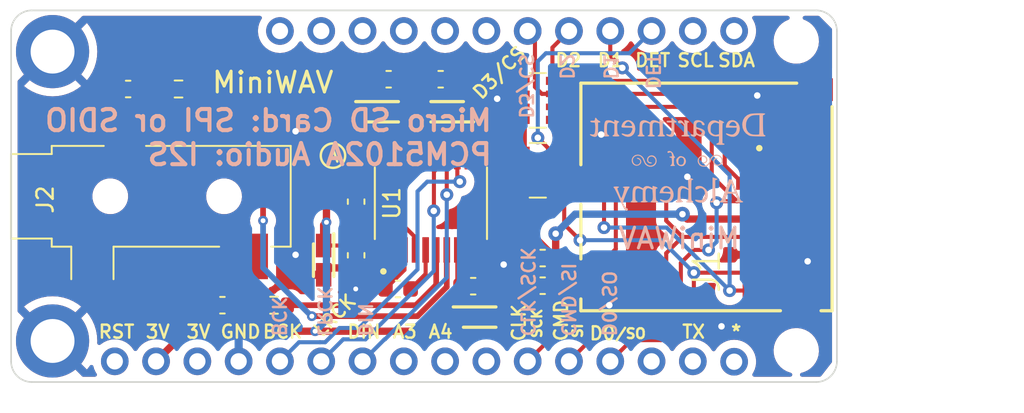
<source format=kicad_pcb>
(kicad_pcb (version 20221018) (generator pcbnew)
  (title_block (title "MiniWAV") (date "2023-08-17") (rev "A") (company "Department of Alchemy") (comment 1 "Designed by: Jesse Peterson"))
  (layers (0 "F.Cu" signal) (31 "B.Cu" signal) (34 "B.Paste" user) (35 "F.Paste" user) (36 "B.SilkS" user "B.Silkscreen") (37 "F.SilkS" user "F.Silkscreen") (38 "B.Mask" user) (39 "F.Mask" user) (44 "Edge.Cuts" user))
  (net 0 "")
  (net 1 "+3.3V")
  (net 2 "GND")
  (net 3 "Net-(U1-LDOO)")
  (net 4 "Net-(U1-CAPM)")
  (net 5 "Net-(U1-CAPP)")
  (net 6 "Net-(U1-VNEG)")
  (net 7 "/Right Line Out")
  (net 8 "/Left Line Out")
  (net 9 "/DAT2")
  (net 11 "/CS")
  (net 12 "/DI")
  (net 13 "/SCLK")
  (net 14 "/D0")
  (net 15 "/DAT1")
  (net 16 "/CARDDET")
  (net 17 "Net-(U1-OUTR)")
  (net 18 "Net-(U1-OUTL)")
  (net 19 "/BCK")
  (net 20 "/DIN")
  (net 21 "/LRCK")
  (footprint "Capacitor_SMD:C_0603_1608Metric" (layer "F.Cu") (at 152.3 103.805 180)
    (fp_text reference "C2")
    (fp_text value "10uF")
    (pad "1" smd roundrect (at -0.775 0 180) (size 0.9 0.95) (layers "F.Cu" "F.Paste" "F.Mask") (net 1 "+3.3V"))
    (pad "2" smd roundrect (at 0.775 0 180) (size 0.9 0.95) (layers "F.Cu" "F.Paste" "F.Mask") (net 2 "GND"))
  )
  (footprint "Capacitor_SMD:C_0603_1608Metric" (layer "F.Cu") (at 152.3 102.105 180)
    (fp_text reference "C1")
    (fp_text value "0.1uf")
    (pad "1" smd roundrect (at -0.775 0 180) (size 0.9 0.95) (layers "F.Cu" "F.Paste" "F.Mask") (net 1 "+3.3V"))
    (pad "2" smd roundrect (at 0.775 0 180) (size 0.9 0.95) (layers "F.Cu" "F.Paste" "F.Mask") (net 2 "GND"))
  )
  (footprint "Capacitor_SMD:C_0603_1608Metric" (layer "F.Cu") (at 140.825 98.635 -90)
    (fp_text reference "C5")
    (fp_text value "2.2uF")
    (pad "1" smd roundrect (at -0.775 0 270) (size 0.9 0.95) (layers "F.Cu" "F.Paste" "F.Mask") (net 4 "Net-(U1-CAPM)"))
    (pad "2" smd roundrect (at 0.775 0 270) (size 0.9 0.95) (layers "F.Cu" "F.Paste" "F.Mask") (net 5 "Net-(U1-CAPP)"))
  )
  (footprint "Department of Alchemy:CAPPM2012X120N" (layer "F.Cu") (at 146.425 93.105 180)
    (fp_text reference "C3")
    (fp_text value "10uF" hide)
    (pad "1" smd rect (at -0.9 0 270) (size 0.95 1.45) (layers "F.Cu" "F.Paste" "F.Mask") (net 3 "Net-(U1-LDOO)"))
    (pad "2" smd rect (at 0.9 0 270) (size 0.95 1.45) (layers "F.Cu" "F.Paste" "F.Mask") (net 2 "GND"))
  )
  (footprint "Department of Alchemy:SOP65P640X120-20N" (layer "F.Cu") (at 145.425 98.735 90)
    (fp_text reference "U1" (at 0 -2.4 90) (layer "F.SilkS"))
    (fp_text value "PCM5102APWR")
    (pad "1" smd roundrect (at -2.87 -2.925 90) (size 1.57 0.41) (layers "F.Cu" "F.Paste" "F.Mask") (roundrect_rratio 0.05) (net 1 "+3.3V"))
    (pad "2" smd roundrect (at -2.87 -2.275 90) (size 1.57 0.41) (layers "F.Cu" "F.Paste" "F.Mask") (roundrect_rratio 0.05) (net 5 "Net-(U1-CAPP)"))
    (pad "3" smd roundrect (at -2.87 -1.625 90) (size 1.57 0.41) (layers "F.Cu" "F.Paste" "F.Mask") (roundrect_rratio 0.05) (net 2 "GND"))
    (pad "4" smd roundrect (at -2.87 -0.975 90) (size 1.57 0.41) (layers "F.Cu" "F.Paste" "F.Mask") (roundrect_rratio 0.05) (net 4 "Net-(U1-CAPM)"))
    (pad "5" smd roundrect (at -2.87 -0.325 90) (size 1.57 0.41) (layers "F.Cu" "F.Paste" "F.Mask") (roundrect_rratio 0.05) (net 6 "Net-(U1-VNEG)"))
    (pad "6" smd roundrect (at -2.87 0.325 90) (size 1.57 0.41) (layers "F.Cu" "F.Paste" "F.Mask") (roundrect_rratio 0.05) (net 18 "Net-(U1-OUTL)"))
    (pad "7" smd roundrect (at -2.87 0.975 90) (size 1.57 0.41) (layers "F.Cu" "F.Paste" "F.Mask") (roundrect_rratio 0.05) (net 17 "Net-(U1-OUTR)"))
    (pad "8" smd roundrect (at -2.87 1.625 90) (size 1.57 0.41) (layers "F.Cu" "F.Paste" "F.Mask") (roundrect_rratio 0.05) (net 1 "+3.3V"))
    (pad "9" smd roundrect (at -2.87 2.275 90) (size 1.57 0.41) (layers "F.Cu" "F.Paste" "F.Mask") (roundrect_rratio 0.05) (net 2 "GND"))
    (pad "10" smd roundrect (at -2.87 2.925 90) (size 1.57 0.41) (layers "F.Cu" "F.Paste" "F.Mask") (roundrect_rratio 0.05) (net 2 "GND"))
    (pad "11" smd roundrect (at 2.87 2.925 90) (size 1.57 0.41) (layers "F.Cu" "F.Paste" "F.Mask") (roundrect_rratio 0.05) (net 2 "GND"))
    (pad "12" smd roundrect (at 2.87 2.275 90) (size 1.57 0.41) (layers "F.Cu" "F.Paste" "F.Mask") (roundrect_rratio 0.05) (net 2 "GND"))
    (pad "13" smd roundrect (at 2.87 1.625 90) (size 1.57 0.41) (layers "F.Cu" "F.Paste" "F.Mask") (roundrect_rratio 0.05) (net 19 "/BCK"))
    (pad "14" smd roundrect (at 2.87 0.975 90) (size 1.57 0.41) (layers "F.Cu" "F.Paste" "F.Mask") (roundrect_rratio 0.05) (net 20 "/DIN"))
    (pad "15" smd roundrect (at 2.87 0.325 90) (size 1.57 0.41) (layers "F.Cu" "F.Paste" "F.Mask") (roundrect_rratio 0.05) (net 21 "/LRCK"))
    (pad "16" smd roundrect (at 2.87 -0.325 90) (size 1.57 0.41) (layers "F.Cu" "F.Paste" "F.Mask") (roundrect_rratio 0.05) (net 2 "GND"))
    (pad "17" smd roundrect (at 2.87 -0.975 90) (size 1.57 0.41) (layers "F.Cu" "F.Paste" "F.Mask") (roundrect_rratio 0.05) (net 1 "+3.3V"))
    (pad "18" smd roundrect (at 2.87 -1.625 90) (size 1.57 0.41) (layers "F.Cu" "F.Paste" "F.Mask") (roundrect_rratio 0.05) (net 3 "Net-(U1-LDOO)"))
    (pad "19" smd roundrect (at 2.87 -2.275 90) (size 1.57 0.41) (layers "F.Cu" "F.Paste" "F.Mask") (roundrect_rratio 0.05) (net 2 "GND"))
    (pad "20" smd roundrect (at 2.87 -2.925 90) (size 1.57 0.41) (layers "F.Cu" "F.Paste" "F.Mask") (roundrect_rratio 0.05) (net 1 "+3.3V"))
  )
  (footprint "Resistor_SMD:R_0603_1608Metric" (layer "F.Cu") (at 129.9 91.705 180)
    (fp_text reference "R1")
    (fp_text value "470")
    (pad "1" smd roundrect (at -0.825 0 180) (size 0.8 0.95) (layers "F.Cu" "F.Paste" "F.Mask") (net 17 "Net-(U1-OUTR)"))
    (pad "2" smd roundrect (at 0.825 0 180) (size 0.8 0.95) (layers "F.Cu" "F.Paste" "F.Mask") (net 7 "/Right Line Out"))
  )
  (footprint "Department of Alchemy:GCT_MEM2061-01-188-00-A_REVA" (layer "F.Cu") (at 162.375 98.345 90)
    (fp_text reference "J1" (at -4.56 0.025 90) (layer "F.SilkS") (effects (font (size 1.600866 1.600866))))
    (fp_text value "MEM2061-01-188-00-A_REVA")
    (pad "1" smd rect (at 1.94 3.225 90) (size 0.8 2) (layers "F.Cu" "F.Paste" "F.Mask") (net 9 "/DAT2"))
    (pad "2" smd rect (at 0.84 2.825 90) (size 0.8 2) (layers "F.Cu" "F.Paste" "F.Mask") (net 11 "/CS"))
    (pad "3" smd rect (at -0.26 3.225 90) (size 0.8 2) (layers "F.Cu" "F.Paste" "F.Mask") (net 12 "/DI"))
    (pad "4" smd rect (at -1.36 3.425 90) (size 0.8 2) (layers "F.Cu" "F.Paste" "F.Mask") (net 1 "+3.3V"))
    (pad "5" smd rect (at -2.46 3.225 90) (size 0.8 2) (layers "F.Cu" "F.Paste" "F.Mask") (net 13 "/SCLK"))
    (pad "6" smd rect (at -3.56 3.425 90) (size 0.8 2) (layers "F.Cu" "F.Paste" "F.Mask") (net 2 "GND"))
    (pad "7" smd rect (at -4.66 3.225 90) (size 0.8 2) (layers "F.Cu" "F.Paste" "F.Mask") (net 14 "/D0"))
    (pad "8" smd rect (at -5.76 3.225 90) (size 0.8 2) (layers "F.Cu" "F.Paste" "F.Mask") (net 15 "/DAT1"))
    (pad "9" smd rect (at -4.95 -7.325 90) (size 1.8 1.4) (layers "F.Cu" "F.Paste" "F.Mask") (net 16 "/CARDDET"))
    (pad "10" smd rect (at 0.75 -7.325 90) (size 1.8 1.4) (layers "F.Cu" "F.Paste" "F.Mask"))
    (pad "11" smd rect (at -6.55 5.825 90) (size 1.4 1.9) (layers "F.Cu" "F.Paste" "F.Mask") (net 2 "GND"))
    (pad "12" smd rect (at 6.6 6.825 90) (size 1.4 1.9) (layers "F.Cu" "F.Paste" "F.Mask") (net 2 "GND"))
  )
  (footprint "Capacitor_SMD:C_0603_1608Metric" (layer "F.Cu") (at 143.4 104.005 180)
    (fp_text reference "C8")
    (fp_text value "2.2uF")
    (pad "1" smd roundrect (at -0.775 0 180) (size 0.9 0.95) (layers "F.Cu" "F.Paste" "F.Mask") (net 6 "Net-(U1-VNEG)"))
    (pad "2" smd roundrect (at 0.775 0 180) (size 0.9 0.95) (layers "F.Cu" "F.Paste" "F.Mask") (net 2 "GND"))
  )
  (footprint "Capacitor_SMD:C_0603_1608Metric" (layer "F.Cu") (at 142.825 91.105 180)
    (fp_text reference "C4")
    (fp_text value "0.1uf")
    (pad "1" smd roundrect (at -0.775 0 180) (size 0.9 0.95) (layers "F.Cu" "F.Paste" "F.Mask") (net 2 "GND"))
    (pad "2" smd roundrect (at 0.775 0 180) (size 0.9 0.95) (layers "F.Cu" "F.Paste" "F.Mask") (net 1 "+3.3V"))
  )
  (footprint "Capacitor_SMD:C_0603_1608Metric" (layer "F.Cu") (at 140.825 101.935 90)
    (fp_text reference "C9")
    (fp_text value "0.1uF")
    (pad "1" smd roundrect (at -0.775 0 90) (size 0.9 0.95) (layers "F.Cu" "F.Paste" "F.Mask") (net 2 "GND"))
    (pad "2" smd roundrect (at 0.775 0 90) (size 0.9 0.95) (layers "F.Cu" "F.Paste" "F.Mask") (net 1 "+3.3V"))
  )
  (footprint "Capacitor_SMD:C_0603_1608Metric" (layer "F.Cu") (at 146.025 91.105 180)
    (fp_text reference "C6")
    (fp_text value "0.1uf")
    (pad "1" smd roundrect (at -0.775 0 180) (size 0.9 0.95) (layers "F.Cu" "F.Paste" "F.Mask") (net 3 "Net-(U1-LDOO)"))
    (pad "2" smd roundrect (at 0.775 0 180) (size 0.9 0.95) (layers "F.Cu" "F.Paste" "F.Mask") (net 2 "GND"))
  )
  (footprint "Department of Alchemy:CAPPM2012X120N" (layer "F.Cu") (at 138.825 102.235 -90)
    (fp_text reference "C10")
    (fp_text value "10uF" hide)
    (pad "1" smd rect (at -0.9 0) (size 0.95 1.45) (layers "F.Cu" "F.Paste" "F.Mask") (net 1 "+3.3V"))
    (pad "2" smd rect (at 0.9 0) (size 0.95 1.45) (layers "F.Cu" "F.Paste" "F.Mask") (net 2 "GND"))
  )
  (footprint "Connector_Audio:Jack_3.5mm_CUI_SJ-3523-SMT_Horizontal" (layer "F.Cu") (at 128.2 98.305 90)
    (fp_text reference "J2" (at -0.2 -6.5 90) (layer "F.SilkS"))
    (fp_text value "AudioJack3")
    (pad "" np_thru_hole circle (at 0 -2.5 90) (size 1.7 1.7) (drill 1.7) (layers "*.Cu" "*.Mask"))
    (pad "" np_thru_hole circle (at 0 4.5 90) (size 1.7 1.7) (drill 1.7) (layers "*.Cu" "*.Mask"))
    (pad "R" smd rect (at 3.7 -1.6 90) (size 2.8 2.2) (layers "F.Cu" "F.Paste" "F.Mask") (net 7 "/Right Line Out"))
    (pad "S" smd rect (at -3.7 -3.6 90) (size 2.8 2.2) (layers "F.Cu" "F.Paste" "F.Mask") (net 2 "GND"))
    (pad "T" smd rect (at -3.7 5.8 90) (size 2.8 2.8) (layers "F.Cu" "F.Paste" "F.Mask") (net 8 "/Left Line Out"))
  )
  (footprint "Capacitor_SMD:C_0603_1608Metric" (layer "F.Cu") (at 132.6 105.005 180)
    (fp_text reference "C14")
    (fp_text value "2.2nF")
    (pad "1" smd roundrect (at -0.775 0 180) (size 0.9 0.95) (layers "F.Cu" "F.Paste" "F.Mask") (net 8 "/Left Line Out"))
    (pad "2" smd roundrect (at 0.775 0 180) (size 0.9 0.95) (layers "F.Cu" "F.Paste" "F.Mask") (net 2 "GND"))
  )
  (footprint "Capacitor_SMD:C_0603_1608Metric" (layer "F.Cu") (at 126.8 91.705 180)
    (fp_text reference "C13")
    (fp_text value "2.2nF")
    (pad "1" smd roundrect (at -0.775 0 180) (size 0.9 0.95) (layers "F.Cu" "F.Paste" "F.Mask") (net 7 "/Right Line Out"))
    (pad "2" smd roundrect (at 0.775 0 180) (size 0.9 0.95) (layers "F.Cu" "F.Paste" "F.Mask") (net 2 "GND"))
  )
  (footprint "Department of Alchemy:CAPPM2012X120N" (layer "F.Cu") (at 148.425 105.735)
    (fp_text reference "C12")
    (fp_text value "10uF" hide)
    (pad "1" smd rect (at -0.9 0 90) (size 0.95 1.45) (layers "F.Cu" "F.Paste" "F.Mask") (net 1 "+3.3V"))
    (pad "2" smd rect (at 0.9 0 90) (size 0.95 1.45) (layers "F.Cu" "F.Paste" "F.Mask") (net 2 "GND"))
  )
  (footprint "Department of Alchemy:CAPPM2012X120N" (layer "F.Cu") (at 142.425 93.105)
    (fp_text reference "C7")
    (fp_text value "10uF" hide)
    (pad "1" smd rect (at -0.9 0 90) (size 0.95 1.45) (layers "F.Cu" "F.Paste" "F.Mask") (net 1 "+3.3V"))
    (pad "2" smd rect (at 0.9 0 90) (size 0.95 1.45) (layers "F.Cu" "F.Paste" "F.Mask") (net 2 "GND"))
  )
  (footprint "Resistor_SMD:R_0603_1608Metric" (layer "F.Cu") (at 135.775 105.005 180)
    (fp_text reference "R2")
    (fp_text value "470")
    (pad "1" smd roundrect (at -0.825 0 180) (size 0.8 0.95) (layers "F.Cu" "F.Paste" "F.Mask") (net 18 "Net-(U1-OUTL)"))
    (pad "2" smd roundrect (at 0.825 0 180) (size 0.8 0.95) (layers "F.Cu" "F.Paste" "F.Mask") (net 8 "/Left Line Out"))
  )
  (footprint "Resistor_SMD:R_Array_Convex_4x0603" (layer "F.Cu") (at 152 96.705)
    (fp_text reference "RN2")
    (fp_text value "R_47K")
    (pad "1" smd rect (at -0.9 -1.2) (size 0.8 0.5) (layers "F.Cu" "F.Paste" "F.Mask") (net 1 "+3.3V"))
    (pad "2" smd rect (at -0.9 -0.4) (size 0.8 0.4) (layers "F.Cu" "F.Paste" "F.Mask") (net 1 "+3.3V"))
    (pad "3" smd rect (at -0.9 0.4) (size 0.8 0.4) (layers "F.Cu" "F.Paste" "F.Mask") (net 1 "+3.3V"))
    (pad "4" smd rect (at -0.9 1.2) (size 0.8 0.5) (layers "F.Cu" "F.Paste" "F.Mask") (net 1 "+3.3V"))
    (pad "5" smd rect (at 0.9 1.2) (size 0.8 0.5) (layers "F.Cu" "F.Paste" "F.Mask"))
    (pad "6" smd rect (at 0.9 0.4) (size 0.8 0.4) (layers "F.Cu" "F.Paste" "F.Mask") (net 14 "/D0"))
    (pad "7" smd rect (at 0.9 -0.4) (size 0.8 0.4) (layers "F.Cu" "F.Paste" "F.Mask") (net 15 "/DAT1"))
    (pad "8" smd rect (at 0.9 -1.2) (size 0.8 0.5) (layers "F.Cu" "F.Paste" "F.Mask") (net 16 "/CARDDET"))
  )
  (footprint "Capacitor_SMD:C_0603_1608Metric" (layer "F.Cu") (at 148.025 103.835 180)
    (fp_text reference "C11")
    (fp_text value "0.1uF")
    (pad "1" smd roundrect (at -0.775 0 180) (size 0.9 0.95) (layers "F.Cu" "F.Paste" "F.Mask") (net 2 "GND"))
    (pad "2" smd roundrect (at 0.775 0 180) (size 0.9 0.95) (layers "F.Cu" "F.Paste" "F.Mask") (net 1 "+3.3V"))
  )
  (footprint "Department of Alchemy:Feather Pins" (layer "F.Cu") (at 119.45 109.905)
    (fp_text reference "U2")
    (fp_text value "~")
    (pad "" np_thru_hole circle (at 48.45 -21.15) (size 2.286 2.286) (drill 2.286) (layers "F&B.Cu" "*.Mask"))
    (pad "" np_thru_hole circle (at 48.45 -2.1) (size 2.286 2.286) (drill 2.286) (layers "F&B.Cu" "*.Mask"))
    (pad "1" thru_hole oval (at 6.5278 -1.4478) (size 1.7 1.7) (drill 1) (layers "*.Cu" "*.Mask"))
    (pad "2" thru_hole oval (at 9.0678 -1.4478) (size 1.7 1.7) (drill 1) (layers "*.Cu" "*.Mask") (net 1 "+3.3V"))
    (pad "3" thru_hole oval (at 11.6078 -1.4478) (size 1.7 1.7) (drill 1) (layers "*.Cu" "*.Mask"))
    (pad "4" thru_hole oval (at 14.1478 -1.4478) (size 1.7 1.7) (drill 1) (layers "*.Cu" "*.Mask") (net 2 "GND"))
    (pad "5" thru_hole oval (at 16.6878 -1.4478) (size 1.7 1.7) (drill 1) (layers "*.Cu" "*.Mask") (net 19 "/BCK"))
    (pad "6" thru_hole oval (at 19.2278 -1.4478) (size 1.7 1.7) (drill 1) (layers "*.Cu" "*.Mask") (net 21 "/LRCK"))
    (pad "7" thru_hole oval (at 21.7678 -1.4478) (size 1.7 1.7) (drill 1) (layers "*.Cu" "*.Mask") (net 20 "/DIN"))
    (pad "8" thru_hole oval (at 24.3078 -1.4478) (size 1.7 1.7) (drill 1) (layers "*.Cu" "*.Mask"))
    (pad "9" thru_hole oval (at 26.8478 -1.4478) (size 1.7 1.7) (drill 1) (layers "*.Cu" "*.Mask"))
    (pad "10" thru_hole oval (at 29.3878 -1.4478) (size 1.7 1.7) (drill 1) (layers "*.Cu" "*.Mask"))
    (pad "11" thru_hole oval (at 31.9278 -1.4478) (size 1.7 1.7) (drill 1) (layers "*.Cu" "*.Mask") (net 13 "/SCLK"))
    (pad "12" thru_hole oval (at 34.4678 -1.4478) (size 1.7 1.7) (drill 1) (layers "*.Cu" "*.Mask") (net 12 "/DI"))
    (pad "13" thru_hole oval (at 37.0078 -1.4478) (size 1.7 1.7) (drill 1) (layers "*.Cu" "*.Mask") (net 14 "/D0"))
    (pad "14" thru_hole oval (at 39.5478 -1.4478) (size 1.7 1.7) (drill 1) (layers "*.Cu" "*.Mask"))
    (pad "15" thru_hole oval (at 42.0878 -1.4478) (size 1.7 1.7) (drill 1) (layers "*.Cu" "*.Mask"))
    (pad "16" thru_hole oval (at 44.6278 -1.4224) (size 1.7 1.7) (drill 1) (layers "*.Cu" "*.Mask"))
    (pad "17" thru_hole oval (at 44.6278 -21.7678) (size 1.7 1.7) (drill 1) (layers "*.Cu" "*.Mask"))
    (pad "18" thru_hole oval (at 42.0878 -21.7678) (size 1.7 1.7) (drill 1) (layers "*.Cu" "*.Mask"))
    (pad "19" thru_hole oval (at 39.5478 -21.7678) (size 1.7 1.7) (drill 1) (layers "*.Cu" "*.Mask") (net 16 "/CARDDET"))
    (pad "20" thru_hole oval (at 37.0078 -21.7678) (size 1.7 1.7) (drill 1) (layers "*.Cu" "*.Mask") (net 15 "/DAT1"))
    (pad "21" thru_hole oval (at 34.4678 -21.7678) (size 1.7 1.7) (drill 1) (layers "*.Cu" "*.Mask") (net 9 "/DAT2"))
    (pad "22" thru_hole oval (at 31.9278 -21.7678) (size 1.7 1.7) (drill 1) (layers "*.Cu" "*.Mask") (net 11 "/CS"))
    (pad "23" thru_hole oval (at 29.3878 -21.7678) (size 1.7 1.7) (drill 1) (layers "*.Cu" "*.Mask"))
    (pad "24" thru_hole oval (at 26.8478 -21.7678) (size 1.7 1.7) (drill 1) (layers "*.Cu" "*.Mask"))
    (pad "25" thru_hole oval (at 24.3078 -21.7678) (size 1.7 1.7) (drill 1) (layers "*.Cu" "*.Mask"))
    (pad "26" thru_hole oval (at 21.7678 -21.7678) (size 1.7 1.7) (drill 1) (layers "*.Cu" "*.Mask"))
    (pad "27" thru_hole oval (at 19.2278 -21.7678) (size 1.7 1.7) (drill 1) (layers "*.Cu" "*.Mask"))
    (pad "28" thru_hole oval (at 16.6878 -21.7678) (size 1.7 1.7) (drill 1) (layers "*.Cu" "*.Mask"))
    (pad "29" thru_hole circle (at 2.7 -2.7) (size 4.5 4.5) (drill 2.7) (layers "*.Cu" "*.Mask") (net 2 "GND"))
    (pad "30" thru_hole circle (at 2.7 -20.5) (size 4.5 4.5) (drill 2.7) (layers "*.Cu" "*.Mask") (net 2 "GND"))
  )
  (footprint "Resistor_SMD:R_Array_Convex_4x0603" (layer "F.Cu") (at 152 92.405)
    (fp_text reference "RN1")
    (fp_text value "R_47K")
    (pad "1" smd rect (at -0.9 -1.2) (size 0.8 0.5) (layers "F.Cu" "F.Paste" "F.Mask") (net 1 "+3.3V"))
    (pad "2" smd rect (at -0.9 -0.4) (size 0.8 0.4) (layers "F.Cu" "F.Paste" "F.Mask") (net 1 "+3.3V"))
    (pad "3" smd rect (at -0.9 0.4) (size 0.8 0.4) (layers "F.Cu" "F.Paste" "F.Mask") (net 1 "+3.3V"))
    (pad "4" smd rect (at -0.9 1.2) (size 0.8 0.5) (layers "F.Cu" "F.Paste" "F.Mask") (net 1 "+3.3V"))
    (pad "5" smd rect (at 0.9 1.2) (size 0.8 0.5) (layers "F.Cu" "F.Paste" "F.Mask") (net 13 "/SCLK"))
    (pad "6" smd rect (at 0.9 0.4) (size 0.8 0.4) (layers "F.Cu" "F.Paste" "F.Mask") (net 12 "/DI"))
    (pad "7" smd rect (at 0.9 -0.4) (size 0.8 0.4) (layers "F.Cu" "F.Paste" "F.Mask") (net 11 "/CS"))
    (pad "8" smd rect (at 0.9 -1.2) (size 0.8 0.5) (layers "F.Cu" "F.Paste" "F.Mask") (net 9 "/DAT2"))
  )
  (footprint "doa-logo:DepartmentOfAlchemyLogo" (layer "B.Cu") (at 160.6 96.2 180)
    (fp_text reference "G***" hide)
    (fp_text value "LOGO" hide)
  )
  (gr_circle (center 139.4 95.805) (end 140.15 95.805) (stroke (width 0.15)) (fill none) (layer "F.SilkS"))
  (gr_line (start 170.4 88.14) (end 170.4 108.46) (stroke (width 0.1)) (layer "Edge.Cuts"))
  (gr_arc (start 170.4 108.46) (mid 170.028055 109.358055) (end 169.13 109.73) (stroke (width 0.1)) (layer "Edge.Cuts"))
  (gr_arc (start 119.6 88.14) (mid 119.972004 87.242004) (end 120.87 86.87) (stroke (width 0.1)) (layer "Edge.Cuts"))
  (gr_line (start 120.87 86.87) (end 169.13 86.87) (stroke (width 0.1)) (layer "Edge.Cuts"))
  (gr_arc (start 169.13 86.87) (mid 170.028026 87.241974) (end 170.4 88.14) (stroke (width 0.1)) (layer "Edge.Cuts"))
  (gr_arc (start 120.87 109.73) (mid 119.971974 109.358026) (end 119.6 108.46) (stroke (width 0.1)) (layer "Edge.Cuts"))
  (gr_line (start 119.6 108.46) (end 119.6 88.14) (stroke (width 0.1)) (layer "Edge.Cuts"))
  (gr_line (start 169.13 109.73) (end 120.87 109.73) (stroke (width 0.1)) (layer "Edge.Cuts"))
  (gr_text "D0/SO" (at 155.9 107.005 270) (layer "B.SilkS") (effects (font (size 0.8 0.8)) (justify left bottom mirror)))
  (gr_text "MiniWAV" (at 160.7 100.9) (layer "B.SilkS") (effects (font (size 1.27 1.27) (thickness 0.1905)) (justify mirror)))
  (gr_text "CMD/SI" (at 153.4 107.005 270) (layer "B.SilkS") (effects (font (size 0.8 0.8)) (justify left bottom mirror)))
  (gr_text "D1" (at 156 91.205 270) (layer "B.SilkS") (effects (font (size 0.8 0.8)) (justify left bottom mirror)))
  (gr_text "Micro SD Card: SPI or SDIO\nPCM5102A Audio: I2S" (at 149.3 96.5) (layer "B.SilkS") (effects (font (size 1.3 1.3) (thickness 0.25) bold) (justify left bottom mirror)))
  (gr_text "DET" (at 158.6 91.805 270) (layer "B.SilkS") (effects (font (size 0.8 0.8)) (justify left bottom mirror)))
  (gr_text "BCK" (at 135.6 107.005 270) (layer "B.SilkS") (effects (font (size 0.8 0.8)) (justify left bottom mirror)))
  (gr_text "LRCK" (at 138.4 107.005 270) (layer "B.SilkS") (effects (font (size 0.8 0.8)) (justify left bottom mirror)))
  (gr_text "CLK/SCK" (at 150.9 107.005 270) (layer "B.SilkS") (effects (font (size 0.8 0.8)) (justify left bottom mirror)))
  (gr_text "D3/CS" (at 150.8 93.605 -90) (layer "B.SilkS") (effects (font (size 0.8 0.8)) (justify left bottom mirror)))
  (gr_text "DIN" (at 140.9 107.005 270) (layer "B.SilkS") (effects (font (size 0.8 0.8)) (justify left bottom mirror)))
  (gr_text "D2" (at 153.3 91.205 270) (layer "B.SilkS") (effects (font (size 0.8 0.8)) (justify left bottom mirror)))
  (gr_text "RST" (at 124.9 107.105) (layer "F.SilkS") (effects (font (size 0.8 0.8)) (justify left bottom)))
  (gr_text "CLK" (at 151.3 107.305 90) (layer "F.SilkS") (effects (font (size 0.8 0.8)) (justify left bottom)))
  (gr_text "3V" (at 127.8 107.105) (layer "F.SilkS") (effects (font (size 0.8 0.8)) (justify left bottom)))
  (gr_text "DIN" (at 140.2 107.105) (layer "F.SilkS") (effects (font (size 0.8 0.8)) (justify left bottom)))
  (gr_text "MiniWAV" (at 135.7 91.305) (layer "F.SilkS") (effects (font (size 1.27 1.27) (thickness 0.1905))))
  (gr_text "CMD" (at 153.9 107.305 90) (layer "F.SilkS") (effects (font (size 0.8 0.8)) (justify left bottom)))
  (gr_text "*" (at 163.8 107.105) (layer "F.SilkS") (effects (font (size 0.8 0.8)) (justify left bottom)))
  (gr_text "A" (at 139.4 95.805) (layer "F.SilkS") (effects (font (size 0.8 0.8))))
  (gr_text "BCK" (at 135 107.105) (layer "F.SilkS") (effects (font (size 0.8 0.8)) (justify left bottom)))
  (gr_text "SDA" (at 163 90.405) (layer "F.SilkS") (effects (font (size 0.8 0.8)) (justify left bottom)))
  (gr_text "GND" (at 132.4 107.105) (layer "F.SilkS") (effects (font (size 0.8 0.8)) (justify left bottom)))
  (gr_text "DET" (at 157.9 90.405) (layer "F.SilkS") (effects (font (size 0.8 0.8)) (justify left bottom)))
  (gr_text "D1" (at 155.6 90.405) (layer "F.SilkS") (effects (font (size 0.8 0.8)) (justify left bottom)))
  (gr_text "3V" (at 130.3 107.105) (layer "F.SilkS") (effects (font (size 0.8 0.8)) (justify left bottom)))
  (gr_text "D0" (at 155.1 107.205) (layer "F.SilkS") (effects (font (size 0.8 0.8)) (justify left bottom)))
  (gr_text "SCK" (at 152.3 107.105 90) (layer "F.SilkS") (effects (font (size 0.6 0.6)) (justify left bottom)))
  (gr_text "SI" (at 154.8 107.105 90) (layer "F.SilkS") (effects (font (size 0.6 0.6)) (justify left bottom)))
  (gr_text "SCL" (at 160.5 90.405) (layer "F.SilkS") (effects (font (size 0.8 0.8)) (justify left bottom)))
  (gr_text "TX" (at 160.8 107.105) (layer "F.SilkS") (effects (font (size 0.8 0.8)) (justify left bottom)))
  (gr_text "/SO" (at 156.7 107.105) (layer "F.SilkS") (effects (font (size 0.6 0.6)) (justify left bottom)))
  (gr_text "A4" (at 145.2 107.105) (layer "F.SilkS") (effects (font (size 0.8 0.8)) (justify left bottom)))
  (gr_text "D3/CS" (at 148.5 92.505 45) (layer "F.SilkS") (effects (font (size 0.8 0.8)) (justify left bottom)))
  (gr_text "D2" (at 153 90.405) (layer "F.SilkS") (effects (font (size 0.8 0.8)) (justify left bottom)))
  (gr_text "LRCK" (at 138.7 107.105 45) (layer "F.SilkS") (effects (font (size 0.8 0.8)) (justify left bottom)))
  (gr_text "A3" (at 143 107.105) (layer "F.SilkS") (effects (font (size 0.8 0.8)) (justify left bottom)))
  (segment (start 151.1 97.105) (end 151.1 96.305) (width 0.45) (layer "F.Cu") (net 1))
  (segment (start 130.37 106.605) (end 138.3 106.605) (width 0.45) (layer "F.Cu") (net 1))
  (segment (start 138.3 106.605) (end 146.655 106.605) (width 0.45) (layer "F.Cu") (net 1))
  (segment (start 153.075 103.805) (end 153.075 102.105) (width 0.45) (layer "F.Cu") (net 1))
  (segment (start 153.1 100.605) (end 153.1 102.08) (width 0.45) (layer "F.Cu") (net 1))
  (segment (start 141.525 94.89) (end 141.525 93.105) (width 0.25) (layer "F.Cu") (net 1))
  (segment (start 142.5 96.652611) (end 142.822389 96.975) (width 0.25) (layer "F.Cu") (net 1))
  (segment (start 140.825 101.16) (end 142.055 101.16) (width 0.25) (layer "F.Cu") (net 1))
  (segment (start 138.825 100.08) (end 139 99.905) (width 0.45) (layer "F.Cu") (net 1))
  (segment (start 141.525 91.63) (end 142.05 91.105) (width 0.25) (layer "F.Cu") (net 1))
  (segment (start 151.1 96.305) (end 151.1 95.505) (width 0.45) (layer "F.Cu") (net 1))
  (segment (start 141.525 93.105) (end 141.525 91.63) (width 0.25) (layer "F.Cu") (net 1))
  (segment (start 142.822389 96.975) (end 144.127611 96.975) (width 0.25) (layer "F.Cu") (net 1))
  (segment (start 151.1 100.13) (end 151.1 97.905) (width 0.45) (layer "F.Cu") (net 1))
  (segment (start 151.1 95.505) (end 151.1 93.605) (width 0.45) (layer "F.Cu") (net 1))
  (segment (start 139 92.605) (end 139 99.905) (width 0.45) (layer "F.Cu") (net 1))
  (segment (start 144.45 96.652611) (end 144.45 95.865) (width 0.25) (layer "F.Cu") (net 1))
  (segment (start 147.25 105.46) (end 147.525 105.735) (width 0.25) (layer "F.Cu") (net 1))
  (segment (start 151.1 92.805) (end 151.1 92.005) (width 0.45) (layer "F.Cu") (net 1))
  (segment (start 138.825 101.335) (end 140.65 101.335) (width 0.25) (layer "F.Cu") (net 1))
  (segment (start 153.1 102.08) (end 153.075 102.105) (width 0.45) (layer "F.Cu") (net 1))
  (segment (start 146.685 106.635) (end 151.17 106.635) (width 0.45) (layer "F.Cu") (net 1))
  (segment (start 144.127611 96.975) (end 144.45 96.652611) (width 0.25) (layer "F.Cu") (net 1))
  (segment (start 142.055 101.16) (end 142.5 101.605) (width 0.25) (layer "F.Cu") (net 1))
  (segment (start 142.5 95.865) (end 142.5 96.652611) (width 0.25) (layer "F.Cu") (net 1))
  (segment (start 153.075 102.105) (end 151.1 100.13) (width 0.45) (layer "F.Cu") (net 1))
  (segment (start 146.655 106.605) (end 147.525 105.735) (width 0.45) (layer "F.Cu") (net 1))
  (segment (start 161.2 99.705) (end 160.9 99.405) (width 0.45) (layer "F.Cu") (net 1))
  (segment (start 151.17 106.635) (end 153.075 104.73) (width 0.45) (layer "F.Cu") (net 1))
  (segment (start 147.25 103.835) (end 147.05 103.635) (width 0.25) (layer "F.Cu") (net 1))
  (segment (start 146.655 106.605) (end 146.685 106.635) (width 0.45) (layer "F.Cu") (net 1))
  (segment (start 142.5 95.865) (end 141.525 94.89) (width 0.25) (layer "F.Cu") (net 1))
  (segment (start 147.05 103.635) (end 147.05 101.605) (width 0.25) (layer "F.Cu") (net 1))
  (segment (start 153.075 104.73) (end 153.075 103.805) (width 0.45) (layer "F.Cu") (net 1))
  (segment (start 142.05 91.105) (end 139 92.605) (width 0.45) (layer "F.Cu") (net 1))
  (segment (start 151.1 92.005) (end 151.1 91.205) (width 0.45) (layer "F.Cu") (net 1))
  (segment (start 147.25 103.835) (end 147.25 105.46) (width 0.25) (layer "F.Cu") (net 1))
  (segment (start 128.5178 108.4572) (end 130.37 106.605) (width 0.45) (layer "F.Cu") (net 1))
  (segment (start 151.1 97.905) (end 151.1 97.105) (width 0.45) (layer "F.Cu") (net 1))
  (segment (start 165.8 99.705) (end 161.2 99.705) (width 0.45) (layer "F.Cu") (net 1))
  (segment (start 151.1 93.605) (end 151.1 92.805) (width 0.45) (layer "F.Cu") (net 1))
  (segment (start 140.65 101.335) (end 140.825 101.16) (width 0.25) (layer "F.Cu") (net 1))
  (segment (start 138.825 101.335) (end 138.825 100.08) (width 0.45) (layer "F.Cu") (net 1))
  (via (at 160.9 99.405) (size 0.9) (drill 0.4) (layers "F.Cu" "B.Cu") (net 1))
  (via (at 138.3 106.605) (size 0.6) (drill 0.3) (layers "F.Cu" "B.Cu") (net 1))
  (via (at 153.1 100.605) (size 0.9) (drill 0.4) (layers "F.Cu" "B.Cu") (net 1))
  (via (at 139 99.905) (size 0.6) (drill 0.3) (layers "F.Cu" "B.Cu") (net 1))
  (segment (start 139 105.905) (end 139 99.905) (width 0.45) (layer "B.Cu") (net 1))
  (segment (start 154.3 99.405) (end 153.1 100.605) (width 0.45) (layer "B.Cu") (net 1))
  (segment (start 138.3 106.605) (end 139 105.905) (width 0.45) (layer "B.Cu") (net 1))
  (segment (start 160.9 99.405) (end 154.3 99.405) (width 0.45) (layer "B.Cu") (net 1))
  (segment (start 142.625 104.005) (end 143.8 102.83) (width 0.25) (layer "F.Cu") (net 2))
  (segment (start 145.525 91.38) (end 145.25 91.105) (width 0.45) (layer "F.Cu") (net 2))
  (segment (start 143.325 93.105) (end 143.15 93.28) (width 0.25) (layer "F.Cu") (net 2))
  (segment (start 145.525 93.105) (end 145.525 91.38) (width 0.45) (layer "F.Cu") (net 2))
  (segment (start 145.1 95.865) (end 145.1 95.077389) (width 0.25) (layer "F.Cu") (net 2))
  (segment (start 147.7 95.005) (end 147.7 95.865) (width 0.25) (layer "F.Cu") (net 2))
  (segment (start 148.8 105.21) (end 149.325 105.735) (width 0.25) (layer "F.Cu") (net 2))
  (segment (start 147.7 101.605) (end 147.7 102.735) (width 0.25) (layer "F.Cu") (net 2))
  (segment (start 148.8 103.835) (end 148.8 105.21) (width 0.25) (layer "F.Cu") (net 2))
  (segment (start 147.7 102.735) (end 148.8 103.835) (width 0.25) (layer "F.Cu") (net 2))
  (segment (start 145.422389 94.755) (end 147.45 94.755) (width 0.25) (layer "F.Cu") (net 2))
  (segment (start 143.15 93.28) (end 143.15 95.865) (width 0.25) (layer "F.Cu") (net 2))
  (segment (start 143.8 102.83) (end 143.8 101.605) (width 0.25) (layer "F.Cu") (net 2))
  (segment (start 139.25 102.71) (end 138.825 103.135) (width 0.45) (layer "F.Cu") (net 2))
  (segment (start 143.325 93.105) (end 143.325 91.38) (width 0.45) (layer "F.Cu") (net 2))
  (segment (start 140.825 102.71) (end 139.25 102.71) (width 0.45) (layer "F.Cu") (net 2))
  (segment (start 147.45 94.755) (end 147.7 95.005) (width 0.25) (layer "F.Cu") (net 2))
  (segment (start 145.1 95.077389) (end 145.422389 94.755) (width 0.25) (layer "F.Cu") (net 2))
  (segment (start 143.325 91.38) (end 143.6 91.105) (width 0.45) (layer "F.Cu") (net 2))
  (via (at 165.5 92.105) (size 0.8) (drill 0.4) (layers "F.Cu" "B.Cu") (net 2))
  (via (at 161.2 97.105) (size 0.8) (drill 0.4) (layers "F.Cu" "B.Cu") (net 2))
  (via (at 155.9 94.505) (size 0.8) (drill 0.4) (layers "F.Cu" "B.Cu") (net 2))
  (via (at 137.1 94.305) (size 0.8) (drill 0.4) (layers "F.Cu" "B.Cu") (net 2))
  (via (at 168.6 102.305) (size 0.8) (drill 0.4) (layers "F.Cu" "B.Cu") (net 2))
  (via (at 137.1 101.905) (size 0.8) (drill 0.4) (layers "F.Cu" "B.Cu") (net 2))
  (via (at 149.9 102.505) (size 0.8) (drill 0.4) (layers "F.Cu" "B.Cu") (net 2))
  (via (at 156.4 105.005) (size 0.8) (drill 0.4) (layers "F.Cu" "B.Cu") (net 2))
  (via (at 163.3 106.305) (size 0.8) (drill 0.4) (layers "F.Cu" "B.Cu") (net 2))
  (via (at 149.5 92.305) (size 0.8) (drill 0.4) (layers "F.Cu" "B.Cu") (net 2))
  (via (at 140.8 104.005) (size 0.6) (drill 0.3) (layers "F.Cu" "B.Cu") (net 2))
  (segment (start 147.325 93.105) (end 147.325 91.63) (width 0.25) (layer "F.Cu") (net 3))
  (segment (start 146.124501 94.305499) (end 147.325 93.105) (width 0.25) (layer "F.Cu") (net 3))
  (segment (start 143.8 95.077389) (end 144.57189 94.305499) (width 0.25) (layer "F.Cu") (net 3))
  (segment (start 143.8 95.865) (end 143.8 95.077389) (width 0.25) (layer "F.Cu") (net 3))
  (segment (start 144.57189 94.305499) (end 146.124501 94.305499) (width 0.25) (layer "F.Cu") (net 3))
  (segment (start 147.325 91.63) (end 146.8 91.105) (width 0.25) (layer "F.Cu") (net 3))
  (segment (start 144.45 100.817389) (end 144.45 101.605) (width 0.25) (layer "F.Cu") (net 4))
  (segment (start 141.492611 97.86) (end 144.45 100.817389) (width 0.25) (layer "F.Cu") (net 4))
  (segment (start 140.825 97.86) (end 141.492611 97.86) (width 0.25) (layer "F.Cu") (net 4))
  (segment (start 141.742611 99.41) (end 140.825 99.41) (width 0.25) (layer "F.Cu") (net 5))
  (segment (start 143.15 100.817389) (end 141.742611 99.41) (width 0.25) (layer "F.Cu") (net 5))
  (segment (start 143.15 101.605) (end 143.15 100.817389) (width 0.25) (layer "F.Cu") (net 5))
  (segment (start 144.175 104.005) (end 145.1 103.08) (width 0.25) (layer "F.Cu") (net 6))
  (segment (start 145.1 103.08) (end 145.1 101.605) (width 0.25) (layer "F.Cu") (net 6))
  (segment (start 129.075 91.705) (end 127.575 91.705) (width 0.35) (layer "F.Cu") (net 7))
  (segment (start 127.575 93.63) (end 126.6 94.605) (width 0.35) (layer "F.Cu") (net 7))
  (segment (start 127.575 91.705) (end 127.575 93.63) (width 0.35) (layer "F.Cu") (net 7))
  (segment (start 133.375 102.63) (end 134 102.005) (width 0.35) (layer "F.Cu") (net 8))
  (segment (start 134.95 105.005) (end 133.375 105.005) (width 0.35) (layer "F.Cu") (net 8))
  (segment (start 133.375 105.005) (end 133.375 102.63) (width 0.35) (layer "F.Cu") (net 8))
  (segment (start 165.6 96.405) (end 165.6 94.705) (width 0.25) (layer "F.Cu") (net 9))
  (segment (start 152.9 91.205) (end 152.9 89.155) (width 0.25) (layer "F.Cu") (net 9))
  (segment (start 165.6 94.705) (end 162.1 91.205) (width 0.25) (layer "F.Cu") (net 9))
  (segment (start 162.1 91.205) (end 152.9 91.205) (width 0.25) (layer "F.Cu") (net 9))
  (segment (start 152.9 89.155) (end 153.9178 88.1372) (width 0.25) (layer "F.Cu") (net 9))
  (segment (start 151.825 91.58) (end 151.825 88.5844) (width 0.25) (layer "F.Cu") (net 11))
  (segment (start 152.25 92.005) (end 151.825 91.58) (width 0.25) (layer "F.Cu") (net 11))
  (segment (start 152.9 92.005) (end 152.25 92.005) (width 0.25) (layer "F.Cu") (net 11))
  (segment (start 161.9 92.005) (end 152.9 92.005) (width 0.25) (layer "F.Cu") (net 11))
  (segment (start 151.825 88.5844) (end 151.3778 88.1372) (width 0.25) (layer "F.Cu") (net 11))
  (segment (start 163.5 93.605) (end 161.9 92.005) (width 0.25) (layer "F.Cu") (net 11))
  (segment (start 165.2 97.505) (end 164.6 97.505) (width 0.25) (layer "F.Cu") (net 11))
  (segment (start 164.6 97.505) (end 163.5 96.405) (width 0.25) (layer "F.Cu") (net 11))
  (segment (start 163.5 96.405) (end 163.5 93.605) (width 0.25) (layer "F.Cu") (net 11))
  (segment (start 160.8 105.305) (end 159.4 106.705) (width 0.25) (layer "F.Cu") (net 12))
  (segment (start 162.7 97.055) (end 162.7 93.805) (width 0.25) (layer "F.Cu") (net 12))
  (segment (start 162.5 101.605) (end 161.6 101.605) (width 0.25) (layer "F.Cu") (net 12))
  (segment (start 160.8 102.405) (end 160.8 105.305) (width 0.25) (layer "F.Cu") (net 12))
  (segment (start 155.67 106.705) (end 153.9178 108.4572) (width 0.25) (layer "F.Cu") (net 12))
  (segment (start 163.1 98.605) (end 163 98.705) (width 0.25) (layer "F.Cu") (net 12))
  (segment (start 162.7 93.805) (end 161.7 92.805) (width 0.25) (layer "F.Cu") (net 12))
  (segment (start 164.25 98.605) (end 162.7 97.055) (width 0.25) (layer "F.Cu") (net 12))
  (segment (start 161.7 92.805) (end 152.9 92.805) (width 0.25) (layer "F.Cu") (net 12))
  (segment (start 159.4 106.705) (end 155.67 106.705) (width 0.25) (layer "F.Cu") (net 12))
  (segment (start 165.6 98.605) (end 164.25 98.605) (width 0.25) (layer "F.Cu") (net 12))
  (segment (start 161.6 101.605) (end 160.8 102.405) (width 0.25) (layer "F.Cu") (net 12))
  (segment (start 164.25 98.605) (end 163.1 98.605) (width 0.25) (layer "F.Cu") (net 12))
  (via (at 163 98.705) (size 0.8) (drill 0.4) (layers "F.Cu" "B.Cu") (net 12))
  (via (at 162.5 101.605) (size 0.8) (drill 0.4) (layers "F.Cu" "B.Cu") (net 12))
  (segment (start 163 98.705) (end 163 101.105) (width 0.25) (layer "B.Cu") (net 12))
  (segment (start 163 101.105) (end 162.5 101.605) (width 0.25) (layer "B.Cu") (net 12))
  (segment (start 159.9 94.705) (end 158.8 93.605) (width 0.25) (layer "F.Cu") (net 13))
  (segment (start 159.2 106.105) (end 153.73 106.105) (width 0.25) (layer "F.Cu") (net 13))
  (segment (start 160.9 100.805) (end 159.9 101.805) (width 0.25) (layer "F.Cu") (net 13))
  (segment (start 158.8 93.605) (end 152.9 93.605) (width 0.25) (layer "F.Cu") (net 13))
  (segment (start 159.9 101.805) (end 159.9 105.405) (width 0.25) (layer "F.Cu") (net 13))
  (segment (start 165.6 100.805) (end 160.9 100.805) (width 0.25) (layer "F.Cu") (net 13))
  (segment (start 153.73 106.105) (end 151.3778 108.4572) (width 0.25) (layer "F.Cu") (net 13))
  (segment (start 159.9 99.805) (end 159.9 94.705) (width 0.25) (layer "F.Cu") (net 13))
  (segment (start 160.9 100.805) (end 159.9 99.805) (width 0.25) (layer "F.Cu") (net 13))
  (segment (start 159.9 105.405) (end 159.2 106.105) (width 0.25) (layer "F.Cu") (net 13))
  (segment (start 153.4 97.105) (end 152.9 97.105) (width 0.25) (layer "F.Cu") (net 14))
  (segment (start 153.625 97.33) (end 153.4 97.105) (width 0.25) (layer "F.Cu") (net 14))
  (segment (start 161.6 105.14069) (end 159.586189 107.154501) (width 0.25) (layer "F.Cu") (net 14))
  (segment (start 153.625 100.03) (end 153.625 97.33) (width 0.25) (layer "F.Cu") (net 14))
  (segment (start 157.760499 107.154501) (end 156.4578 108.4572) (width 0.25) (layer "F.Cu") (net 14))
  (segment (start 161.6 103.005) (end 161.6 105.14069) (width 0.25) (layer "F.Cu") (net 14))
  (segment (start 154.6 101.005) (end 153.625 100.03) (width 0.25) (layer "F.Cu") (net 14))
  (segment (start 159.586189 107.154501) (end 157.760499 107.154501) (width 0.25) (layer "F.Cu") (net 14))
  (segment (start 165.6 103.005) (end 161.6 103.005) (width 0.25) (layer "F.Cu") (net 14))
  (via (at 161.6 103.005) (size 0.8) (drill 0.4) (layers "F.Cu" "B.Cu") (net 14))
  (via (at 154.6 101.005) (size 0.8) (drill 0.4) (layers "F.Cu" "B.Cu") (net 14))
  (segment (start 159.6 101.005) (end 161.6 103.005) (width 0.25) (layer "B.Cu") (net 14))
  (segment (start 154.6 101.005) (end 159.6 101.005) (width 0.25) (layer "B.Cu") (net 14))
  (segment (start 156.0755 96.3705) (end 156.0755 100.226905) (width 0.25) (layer "F.Cu") (net 15))
  (segment (start 165.6 104.105) (end 163.8 104.105) (width 0.25) (layer "F.Cu") (net 15))
  (segment (start 157.2 90.405) (end 156.4578 89.6628) (width 0.25) (layer "F.Cu") (net 15))
  (segment (start 156.0755 100.226905) (end 156.072905 100.2295) (width 0.25) (layer "F.Cu") (net 15))
  (segment (start 156.4578 89.6628) (end 156.4578 88.1372) (width 0.25) (layer "F.Cu") (net 15))
  (segment (start 156.01 96.305) (end 156.0755 96.3705) (width 0.25) (layer "F.Cu") (net 15))
  (segment (start 152.9 96.305) (end 156.01 96.305) (width 0.25) (layer "F.Cu") (net 15))
  (via (at 163.8 104.105) (size 0.8) (drill 0.4) (layers "F.Cu" "B.Cu") (net 15))
  (via (at 157.2 90.405) (size 0.8) (drill 0.4) (layers "F.Cu" "B.Cu") (net 15))
  (via (at 156.072905 100.2295) (size 0.8) (drill 0.4) (layers "F.Cu" "B.Cu") (net 15))
  (segment (start 157.2 90.405) (end 163.8 97.005) (width 0.25) (layer "B.Cu") (net 15))
  (segment (start 159.9245 100.2295) (end 163.8 104.105) (width 0.25) (layer "B.Cu") (net 15))
  (segment (start 163.8 97.005) (end 163.8 104.105) (width 0.25) (layer "B.Cu") (net 15))
  (segment (start 156.072905 100.2295) (end 159.9245 100.2295) (width 0.25) (layer "B.Cu") (net 15))
  (segment (start 152.9 95.505) (end 152.8 95.505) (width 0.25) (layer "F.Cu") (net 16))
  (segment (start 152.8 95.505) (end 152 94.705) (width 0.25) (layer "F.Cu") (net 16))
  (segment (start 156.8 96.005) (end 156.3 95.505) (width 0.25) (layer "F.Cu") (net 16))
  (segment (start 155.05 103.295) (end 156.8 101.545) (width 0.25) (layer "F.Cu") (net 16))
  (segment (start 156.8 101.545) (end 156.8 96.005) (width 0.25) (layer "F.Cu") (net 16))
  (segment (start 156.3 95.505) (end 152.9 95.505) (width 0.25) (layer "F.Cu") (net 16))
  (via (at 152 94.705) (size 0.8) (drill 0.4) (layers "F.Cu" "B.Cu") (net 16))
  (segment (start 152.5 89.505) (end 157.63 89.505) (width 0.25) (layer "B.Cu") (net 16))
  (segment (start 157.63 89.505) (end 158.9978 88.1372) (width 0.25) (layer "B.Cu") (net 16))
  (segment (start 152 90.005) (end 152.5 89.505) (width 0.25) (layer "B.Cu") (net 16))
  (segment (start 152 94.705) (end 152 90.005) (width 0.25) (layer "B.Cu") (net 16))
  (segment (start 135.1 99.805) (end 135.1 96.08) (width 0.35) (layer "F.Cu") (net 17))
  (segment (start 146.4 101.605) (end 146.4 103.881346) (width 0.35) (layer "F.Cu") (net 17))
  (segment (start 135.1 96.08) (end 130.725 91.705) (width 0.35) (layer "F.Cu") (net 17))
  (segment (start 144.600346 105.681) (end 138.1 105.681) (width 0.35) (layer "F.Cu") (net 17))
  (segment (start 146.4 103.881346) (end 144.600346 105.681) (width 0.35) (layer "F.Cu") (net 17))
  (via (at 138.1 105.681) (size 0.6) (drill 0.3) (layers "F.Cu" "B.Cu") (net 17))
  (via (at 135.1 99.805) (size 0.6) (drill 0.3) (layers "F.Cu" "B.Cu") (net 17))
  (segment (start 138.076 105.681) (end 135.1 102.705) (width 0.35) (layer "B.Cu") (net 17))
  (segment (start 135.1 102.705) (end 135.1 99.805) (width 0.35) (layer "B.Cu") (net 17))
  (segment (start 138.1 105.681) (end 138.076 105.681) (width 0.35) (layer "B.Cu") (net 17))
  (segment (start 145.75 101.605) (end 145.75 103.753528) (width 0.35) (layer "F.Cu") (net 18))
  (segment (start 145.75 103.753528) (end 144.498528 105.005) (width 0.35) (layer "F.Cu") (net 18))
  (segment (start 144.498528 105.005) (end 136.6 105.005) (width 0.35) (layer "F.Cu") (net 18))
  (segment (start 147.05 97.255) (end 147.05 95.865) (width 0.25) (layer "F.Cu") (net 19))
  (segment (start 147.2 97.405) (end 147.05 97.255) (width 0.25) (layer "F.Cu") (net 19))
  (via (at 147.2 97.405) (size 0.8) (drill 0.4) (layers "F.Cu" "B.Cu") (net 19))
  (segment (start 138.6 107.2822) (end 138.9228 107.2822) (width 0.25) (layer "B.Cu") (net 19))
  (segment (start 145.2 97.405) (end 147.2 97.405) (width 0.25) (layer "B.Cu") (net 19))
  (segment (start 144.6 102.805) (end 144.6 98.005) (width 0.25) (layer "B.Cu") (net 19))
  (segment (start 145 97.605) (end 145.2 97.405) (width 0.25) (layer "B.Cu") (net 19))
  (segment (start 137.3128 107.2822) (end 138.6 107.2822) (width 0.25) (layer "B.Cu") (net 19))
  (segment (start 144.6 98.005) (end 145 97.605) (width 0.25) (layer "B.Cu") (net 19))
  (segment (start 139.8 106.405) (end 141 106.405) (width 0.25) (layer "B.Cu") (net 19))
  (segment (start 138.9228 107.2822) (end 139.8 106.405) (width 0.25) (layer "B.Cu") (net 19))
  (segment (start 136.1378 108.4572) (end 137.3128 107.2822) (width 0.25) (layer "B.Cu") (net 19))
  (segment (start 141 106.405) (end 144.6 102.805) (width 0.25) (layer "B.Cu") (net 19))
  (segment (start 146.4 98.205) (end 146.4 95.865) (width 0.25) (layer "F.Cu") (net 20))
  (via (at 146.4 98.205) (size 0.8) (drill 0.4) (layers "F.Cu" "B.Cu") (net 20))
  (segment (start 141.2178 108.4572) (end 142.57 107.105) (width 0.25) (layer "B.Cu") (net 20))
  (segment (start 146.4 103.305) (end 146.4 98.205) (width 0.25) (layer "B.Cu") (net 20))
  (segment (start 142.6 107.105) (end 146.4 103.305) (width 0.25) (layer "B.Cu") (net 20))
  (segment (start 142.57 107.105) (end 142.6 107.105) (width 0.25) (layer "B.Cu") (net 20))
  (segment (start 145.6095 96.793111) (end 145.75 96.652611) (width 0.25) (layer "F.Cu") (net 21))
  (segment (start 145.75 96.652611) (end 145.75 95.865) (width 0.25) (layer "F.Cu") (net 21))
  (segment (start 145.6095 99.1955) (end 145.6095 96.793111) (width 0.25) (layer "F.Cu") (net 21))
  (segment (start 145.6 99.205) (end 145.6095 99.1955) (width 0.25) (layer "F.Cu") (net 21))
  (via (at 145.6 99.205) (size 0.8) (drill 0.4) (layers "F.Cu" "B.Cu") (net 21))
  (segment (start 138.6778 108.4572) (end 140.03 107.105) (width 0.25) (layer "B.Cu") (net 21))
  (segment (start 141.4 107.105) (end 145.6 102.905) (width 0.25) (layer "B.Cu") (net 21))
  (segment (start 140.03 107.105) (end 141.4 107.105) (width 0.25) (layer "B.Cu") (net 21))
  (segment (start 145.6 102.905) (end 145.6 99.205) (width 0.25) (layer "B.Cu") (net 21))
  (zone (net 2) (net_name "GND") (layer "F.Cu") (connect_pads (clearance 0.5)) (min_thickness 0.25) (fill yes (thermal_gap 0.5) (thermal_bridge_width 0.5))
    (polygon (pts (xy 120 88.005) (xy 120.7 87.205) (xy 169.3 87.205) (xy 170.1 88.005) (xy 170.1 108.505) (xy 169.4 109.405) (xy 120.8 109.405) (xy 120 108.505)))
  )
  (zone (net 2) (net_name "GND") (layer "B.Cu") (connect_pads (clearance 0.5)) (min_thickness 0.25) (fill yes (thermal_gap 0.5) (thermal_bridge_width 0.5))
    (polygon (pts (xy 120 88.005) (xy 120.7 87.205) (xy 169.3 87.205) (xy 170.1 88.005) (xy 170.1 108.505) (xy 169.4 109.405) (xy 120.8 109.405) (xy 120 108.505)))
  )
)
</source>
